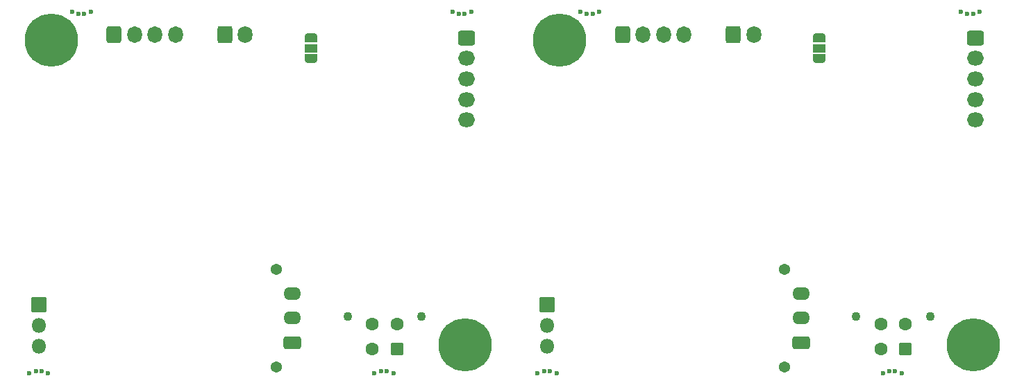
<source format=gbr>
%TF.GenerationSoftware,KiCad,Pcbnew,7.0.5-0*%
%TF.CreationDate,2023-06-16T19:55:47+02:00*%
%TF.ProjectId,SmartDisplay,536d6172-7444-4697-9370-6c61792e6b69,rev?*%
%TF.SameCoordinates,Original*%
%TF.FileFunction,Soldermask,Bot*%
%TF.FilePolarity,Negative*%
%FSLAX46Y46*%
G04 Gerber Fmt 4.6, Leading zero omitted, Abs format (unit mm)*
G04 Created by KiCad (PCBNEW 7.0.5-0) date 2023-06-16 19:55:47*
%MOMM*%
%LPD*%
G01*
G04 APERTURE LIST*
G04 Aperture macros list*
%AMRoundRect*
0 Rectangle with rounded corners*
0 $1 Rounding radius*
0 $2 $3 $4 $5 $6 $7 $8 $9 X,Y pos of 4 corners*
0 Add a 4 corners polygon primitive as box body*
4,1,4,$2,$3,$4,$5,$6,$7,$8,$9,$2,$3,0*
0 Add four circle primitives for the rounded corners*
1,1,$1+$1,$2,$3*
1,1,$1+$1,$4,$5*
1,1,$1+$1,$6,$7*
1,1,$1+$1,$8,$9*
0 Add four rect primitives between the rounded corners*
20,1,$1+$1,$2,$3,$4,$5,0*
20,1,$1+$1,$4,$5,$6,$7,0*
20,1,$1+$1,$6,$7,$8,$9,0*
20,1,$1+$1,$8,$9,$2,$3,0*%
%AMFreePoly0*
4,1,35,0.012286,0.794911,0.071157,0.794911,0.085244,0.792886,0.221795,0.752791,0.234740,0.746879,0.354462,0.669938,0.365217,0.660618,0.458414,0.553063,0.466109,0.541091,0.525228,0.411637,0.529237,0.397982,0.549491,0.257116,0.550000,0.250000,0.550000,-0.250000,0.549491,-0.257116,0.529237,-0.397982,0.525228,-0.411637,0.466109,-0.541091,0.458414,-0.553063,0.365217,-0.660618,
0.354462,-0.669938,0.234740,-0.746879,0.221795,-0.752791,0.085244,-0.792886,0.071157,-0.794911,0.012286,-0.794911,0.000000,-0.800000,-0.550000,-0.800000,-0.585355,-0.785355,-0.600000,-0.750000,-0.600000,0.750000,-0.585355,0.785355,-0.550000,0.800000,0.000000,0.800000,0.012286,0.794911,0.012286,0.794911,$1*%
%AMFreePoly1*
4,1,35,0.585355,0.785355,0.600000,0.750000,0.600000,-0.750000,0.585355,-0.785355,0.550000,-0.800000,0.000000,-0.800000,-0.012286,-0.794911,-0.071157,-0.794911,-0.085244,-0.792886,-0.221795,-0.752791,-0.234740,-0.746879,-0.354462,-0.669938,-0.365217,-0.660618,-0.458414,-0.553063,-0.466109,-0.541091,-0.525228,-0.411637,-0.529237,-0.397982,-0.549491,-0.257116,-0.550000,-0.250000,-0.550000,0.250000,
-0.549491,0.257116,-0.529237,0.397982,-0.525228,0.411637,-0.466109,0.541091,-0.458414,0.553063,-0.365217,0.660618,-0.354462,0.669938,-0.234740,0.746879,-0.221795,0.752791,-0.085244,0.792886,-0.071157,0.794911,-0.012286,0.794911,0.000000,0.800000,0.550000,0.800000,0.585355,0.785355,0.585355,0.785355,$1*%
G04 Aperture macros list end*
%ADD10C,0.600000*%
%ADD11C,0.900000*%
%ADD12C,6.500000*%
%ADD13O,2.050000X1.800000*%
%ADD14RoundRect,0.300000X-0.725000X0.600000X-0.725000X-0.600000X0.725000X-0.600000X0.725000X0.600000X0*%
%ADD15O,1.800000X2.050000*%
%ADD16RoundRect,0.300000X-0.600000X-0.725000X0.600000X-0.725000X0.600000X0.725000X-0.600000X0.725000X0*%
%ADD17FreePoly0,270.000000*%
%ADD18RoundRect,0.050000X-0.750000X0.500000X-0.750000X-0.500000X0.750000X-0.500000X0.750000X0.500000X0*%
%ADD19FreePoly1,270.000000*%
%ADD20C,1.600000*%
%ADD21RoundRect,0.300000X0.500000X0.500000X-0.500000X0.500000X-0.500000X-0.500000X0.500000X-0.500000X0*%
%ADD22C,1.100000*%
%ADD23O,1.800000X1.800000*%
%ADD24RoundRect,0.050000X-0.850000X-0.850000X0.850000X-0.850000X0.850000X0.850000X-0.850000X0.850000X0*%
%ADD25O,2.120000X1.600000*%
%ADD26RoundRect,0.300000X0.760000X-0.500000X0.760000X0.500000X-0.760000X0.500000X-0.760000X-0.500000X0*%
%ADD27C,1.370000*%
%ADD28O,1.800000X2.100000*%
%ADD29RoundRect,0.300000X-0.600000X-0.750000X0.600000X-0.750000X0.600000X0.750000X-0.600000X0.750000X0*%
G04 APERTURE END LIST*
D10*
%TO.C,mouse-bite-1mm-slot*%
X135240000Y-80360000D03*
X134440000Y-80110000D03*
X133740000Y-80110000D03*
X132940000Y-80360000D03*
%TD*%
%TO.C,mouse-bite-1mm-slot*%
X138140000Y-36160000D03*
X138940000Y-36410000D03*
X139640000Y-36410000D03*
X140440000Y-36160000D03*
%TD*%
%TO.C,mouse-bite-1mm-slot*%
X177340000Y-80360000D03*
X176540000Y-80110000D03*
X175840000Y-80110000D03*
X175040000Y-80360000D03*
%TD*%
%TO.C,mouse-bite-1mm-slot*%
X184540000Y-36150000D03*
X185340000Y-36400000D03*
X186040000Y-36400000D03*
X186840000Y-36150000D03*
%TD*%
D11*
%TO.C,H1*%
X138000000Y-39589000D03*
X137297056Y-41286056D03*
X137297056Y-37891944D03*
X135600000Y-41989000D03*
D12*
X135600000Y-39589000D03*
D11*
X135600000Y-37189000D03*
X133902944Y-41286056D03*
X133902944Y-37891944D03*
X133200000Y-39589000D03*
%TD*%
D13*
%TO.C,J6*%
X186290000Y-49360000D03*
X186290000Y-46860000D03*
X186290000Y-44360000D03*
X186290000Y-41860000D03*
D14*
X186290000Y-39360000D03*
%TD*%
D15*
%TO.C,J4*%
X150790000Y-38954000D03*
X148290000Y-38954000D03*
X145790000Y-38954000D03*
D16*
X143290000Y-38954000D03*
%TD*%
D17*
%TO.C,JP3*%
X167290000Y-41910000D03*
D18*
X167290000Y-40610000D03*
D19*
X167290000Y-39310000D03*
%TD*%
D20*
%TO.C,J1*%
X174790000Y-74360000D03*
X177790000Y-74360000D03*
X174790000Y-77360000D03*
D21*
X177790000Y-77360000D03*
D22*
X171790000Y-73420000D03*
X180790000Y-73420000D03*
%TD*%
D23*
%TO.C,J5*%
X134100000Y-77020000D03*
X134100000Y-74480000D03*
D24*
X134100000Y-71940000D03*
%TD*%
D11*
%TO.C,H2*%
X188465056Y-76846056D03*
X187762112Y-78543112D03*
X187762112Y-75149000D03*
X186065056Y-79246056D03*
D12*
X186065056Y-76846056D03*
D11*
X186065056Y-74446056D03*
X184368000Y-78543112D03*
X184368000Y-75149000D03*
X183665056Y-76846056D03*
%TD*%
D25*
%TO.C,J8*%
X165040000Y-70610000D03*
X165040000Y-73610000D03*
D26*
X165040000Y-76610000D03*
D27*
X163080000Y-67610000D03*
X163080000Y-79610000D03*
%TD*%
D28*
%TO.C,J2*%
X159290000Y-38954000D03*
D29*
X156790000Y-38954000D03*
%TD*%
D10*
%TO.C,mouse-bite-1mm-slot*%
X73240000Y-80360000D03*
X72440000Y-80110000D03*
X71740000Y-80110000D03*
X70940000Y-80360000D03*
%TD*%
%TO.C,mouse-bite-1mm-slot*%
X115340000Y-80360000D03*
X114540000Y-80110000D03*
X113840000Y-80110000D03*
X113040000Y-80360000D03*
%TD*%
%TO.C,mouse-bite-1mm-slot*%
X122540000Y-36150000D03*
X123340000Y-36400000D03*
X124040000Y-36400000D03*
X124840000Y-36150000D03*
%TD*%
%TO.C,mouse-bite-1mm-slot*%
X76140000Y-36160000D03*
X76940000Y-36410000D03*
X77640000Y-36410000D03*
X78440000Y-36160000D03*
%TD*%
D11*
%TO.C,H1*%
X76000000Y-39589000D03*
X75297056Y-41286056D03*
X75297056Y-37891944D03*
X73600000Y-41989000D03*
D12*
X73600000Y-39589000D03*
D11*
X73600000Y-37189000D03*
X71902944Y-41286056D03*
X71902944Y-37891944D03*
X71200000Y-39589000D03*
%TD*%
%TO.C,H2*%
X126465056Y-76846056D03*
X125762112Y-78543112D03*
X125762112Y-75149000D03*
X124065056Y-79246056D03*
D12*
X124065056Y-76846056D03*
D11*
X124065056Y-74446056D03*
X122368000Y-78543112D03*
X122368000Y-75149000D03*
X121665056Y-76846056D03*
%TD*%
D28*
%TO.C,J2*%
X97290000Y-38954000D03*
D29*
X94790000Y-38954000D03*
%TD*%
D13*
%TO.C,J6*%
X124290000Y-49360000D03*
X124290000Y-46860000D03*
X124290000Y-44360000D03*
X124290000Y-41860000D03*
D14*
X124290000Y-39360000D03*
%TD*%
D20*
%TO.C,J1*%
X112790000Y-74360000D03*
X115790000Y-74360000D03*
X112790000Y-77360000D03*
D21*
X115790000Y-77360000D03*
D22*
X109790000Y-73420000D03*
X118790000Y-73420000D03*
%TD*%
D25*
%TO.C,J8*%
X103040000Y-70610000D03*
X103040000Y-73610000D03*
D26*
X103040000Y-76610000D03*
D27*
X101080000Y-67610000D03*
X101080000Y-79610000D03*
%TD*%
D15*
%TO.C,J4*%
X88790000Y-38954000D03*
X86290000Y-38954000D03*
X83790000Y-38954000D03*
D16*
X81290000Y-38954000D03*
%TD*%
D23*
%TO.C,J5*%
X72100000Y-77020000D03*
X72100000Y-74480000D03*
D24*
X72100000Y-71940000D03*
%TD*%
D17*
%TO.C,JP3*%
X105290000Y-41910000D03*
D18*
X105290000Y-40610000D03*
D19*
X105290000Y-39310000D03*
%TD*%
M02*

</source>
